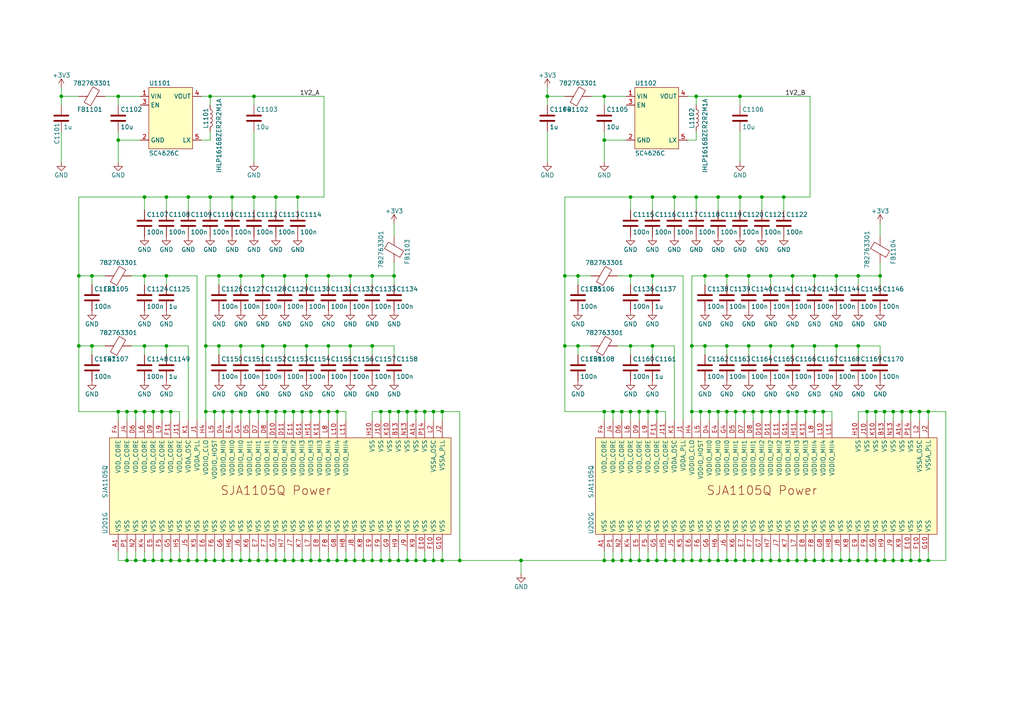
<source format=kicad_sch>
(kicad_sch (version 20211123) (generator eeschema)
  (paper "A4")
  (title_block (title "Open Hardware 10Base-T1L Switch") (date "2023-04-07") (rev "REV A") (company "Peter Heinrich") (comment 1 "Open Hardware License CERN-OHL-P v2") (comment 2 "https://github.com/peterheinrich/Open_10Base-T1L_Switch"))
  (junction (at 220.98 119.38))
  (junction (at 73.66 27.94))
  (junction (at 269.24 162.56))
  (junction (at 49.53 162.56))
  (junction (at 185.42 119.38))
  (junction (at 243.84 162.56))
  (junction (at 151.13 162.56))
  (junction (at 185.42 162.56))
  (junction (at 175.26 162.56))
  (junction (at 22.86 100.33))
  (junction (at 69.85 162.56))
  (junction (at 82.55 119.38))
  (junction (at 95.25 80.01))
  (junction (at 87.63 119.38))
  (junction (at 210.82 162.56))
  (junction (at 190.5 119.38))
  (junction (at 76.2 80.01))
  (junction (at 158.75 27.94))
  (junction (at 208.28 119.38))
  (junction (at 90.17 119.38))
  (junction (at 113.03 119.38))
  (junction (at 223.52 119.38))
  (junction (at 26.67 100.33))
  (junction (at 208.28 57.15))
  (junction (at 254 162.56))
  (junction (at 217.17 80.01))
  (junction (at 64.77 162.56))
  (junction (at 175.26 40.64))
  (junction (at 128.27 119.38))
  (junction (at 251.46 119.38))
  (junction (at 69.85 80.01))
  (junction (at 125.73 162.56))
  (junction (at 248.92 80.01))
  (junction (at 210.82 119.38))
  (junction (at 72.39 162.56))
  (junction (at 214.63 57.15))
  (junction (at 248.92 100.33))
  (junction (at 80.01 57.15))
  (junction (at 242.57 80.01))
  (junction (at 254 119.38))
  (junction (at 60.96 57.15))
  (junction (at 101.6 100.33))
  (junction (at 54.61 57.15))
  (junction (at 115.57 119.38))
  (junction (at 34.29 27.94))
  (junction (at 118.11 162.56))
  (junction (at 238.76 119.38))
  (junction (at 34.29 40.64))
  (junction (at 182.88 119.38))
  (junction (at 88.9 100.33))
  (junction (at 123.19 162.56))
  (junction (at 193.04 162.56))
  (junction (at 190.5 162.56))
  (junction (at 39.37 162.56))
  (junction (at 210.82 80.01))
  (junction (at 120.65 162.56))
  (junction (at 85.09 162.56))
  (junction (at 113.03 162.56))
  (junction (at 77.47 162.56))
  (junction (at 177.8 119.38))
  (junction (at 229.87 100.33))
  (junction (at 102.87 162.56))
  (junction (at 251.46 162.56))
  (junction (at 180.34 162.56))
  (junction (at 128.27 162.56))
  (junction (at 187.96 162.56))
  (junction (at 264.16 162.56))
  (junction (at 46.99 162.56))
  (junction (at 236.22 119.38))
  (junction (at 41.91 119.38))
  (junction (at 229.87 80.01))
  (junction (at 22.86 80.01))
  (junction (at 227.33 57.15))
  (junction (at 214.63 27.94))
  (junction (at 41.91 80.01))
  (junction (at 204.47 80.01))
  (junction (at 82.55 162.56))
  (junction (at 233.68 119.38))
  (junction (at 97.79 119.38))
  (junction (at 110.49 119.38))
  (junction (at 241.3 162.56))
  (junction (at 204.47 100.33))
  (junction (at 123.19 119.38))
  (junction (at 125.73 119.38))
  (junction (at 205.74 119.38))
  (junction (at 175.26 119.38))
  (junction (at 72.39 119.38))
  (junction (at 228.6 162.56))
  (junction (at 231.14 162.56))
  (junction (at 256.54 119.38))
  (junction (at 52.07 162.56))
  (junction (at 195.58 57.15))
  (junction (at 82.55 100.33))
  (junction (at 203.2 119.38))
  (junction (at 175.26 27.94))
  (junction (at 236.22 100.33))
  (junction (at 201.93 27.94))
  (junction (at 57.15 162.56))
  (junction (at 92.71 119.38))
  (junction (at 200.66 100.33))
  (junction (at 189.23 100.33))
  (junction (at 101.6 80.01))
  (junction (at 95.25 100.33))
  (junction (at 261.62 162.56))
  (junction (at 46.99 119.38))
  (junction (at 48.26 57.15))
  (junction (at 208.28 162.56))
  (junction (at 198.12 162.56))
  (junction (at 80.01 162.56))
  (junction (at 60.96 27.94))
  (junction (at 133.35 162.56))
  (junction (at 41.91 57.15))
  (junction (at 90.17 162.56))
  (junction (at 218.44 119.38))
  (junction (at 218.44 162.56))
  (junction (at 180.34 119.38))
  (junction (at 105.41 162.56))
  (junction (at 59.69 162.56))
  (junction (at 220.98 57.15))
  (junction (at 69.85 119.38))
  (junction (at 82.55 80.01))
  (junction (at 63.5 100.33))
  (junction (at 59.69 100.33))
  (junction (at 201.93 57.15))
  (junction (at 248.92 162.56))
  (junction (at 200.66 162.56))
  (junction (at 41.91 162.56))
  (junction (at 92.71 162.56))
  (junction (at 233.68 162.56))
  (junction (at 182.88 100.33))
  (junction (at 76.2 100.33))
  (junction (at 95.25 119.38))
  (junction (at 269.24 119.38))
  (junction (at 215.9 162.56))
  (junction (at 217.17 100.33))
  (junction (at 213.36 162.56))
  (junction (at 189.23 80.01))
  (junction (at 67.31 119.38))
  (junction (at 203.2 162.56))
  (junction (at 238.76 162.56))
  (junction (at 95.25 162.56))
  (junction (at 118.11 119.38))
  (junction (at 86.36 57.15))
  (junction (at 182.88 162.56))
  (junction (at 74.93 119.38))
  (junction (at 26.67 80.01))
  (junction (at 256.54 162.56))
  (junction (at 62.23 119.38))
  (junction (at 73.66 57.15))
  (junction (at 189.23 57.15))
  (junction (at 259.08 162.56))
  (junction (at 54.61 162.56))
  (junction (at 228.6 119.38))
  (junction (at 266.7 162.56))
  (junction (at 74.93 162.56))
  (junction (at 115.57 162.56))
  (junction (at 63.5 80.01))
  (junction (at 107.95 80.01))
  (junction (at 80.01 119.38))
  (junction (at 177.8 162.56))
  (junction (at 59.69 119.38))
  (junction (at 120.65 119.38))
  (junction (at 62.23 162.56))
  (junction (at 242.57 100.33))
  (junction (at 85.09 119.38))
  (junction (at 107.95 162.56))
  (junction (at 100.33 162.56))
  (junction (at 167.64 80.01))
  (junction (at 195.58 162.56))
  (junction (at 48.26 80.01))
  (junction (at 110.49 162.56))
  (junction (at 87.63 162.56))
  (junction (at 69.85 100.33))
  (junction (at 236.22 80.01))
  (junction (at 163.83 100.33))
  (junction (at 231.14 119.38))
  (junction (at 167.64 100.33))
  (junction (at 200.66 119.38))
  (junction (at 182.88 57.15))
  (junction (at 48.26 100.33))
  (junction (at 114.3 80.01))
  (junction (at 213.36 119.38))
  (junction (at 264.16 119.38))
  (junction (at 36.83 119.38))
  (junction (at 67.31 57.15))
  (junction (at 246.38 162.56))
  (junction (at 77.47 119.38))
  (junction (at 97.79 162.56))
  (junction (at 44.45 119.38))
  (junction (at 226.06 119.38))
  (junction (at 36.83 162.56))
  (junction (at 34.29 119.38))
  (junction (at 236.22 162.56))
  (junction (at 220.98 162.56))
  (junction (at 64.77 119.38))
  (junction (at 259.08 119.38))
  (junction (at 182.88 80.01))
  (junction (at 107.95 100.33))
  (junction (at 44.45 162.56))
  (junction (at 210.82 100.33))
  (junction (at 187.96 119.38))
  (junction (at 255.27 80.01))
  (junction (at 223.52 80.01))
  (junction (at 49.53 119.38))
  (junction (at 41.91 100.33))
  (junction (at 223.52 100.33))
  (junction (at 215.9 119.38))
  (junction (at 205.74 162.56))
  (junction (at 39.37 119.38))
  (junction (at 266.7 119.38))
  (junction (at 226.06 162.56))
  (junction (at 261.62 119.38))
  (junction (at 223.52 162.56))
  (junction (at 88.9 80.01))
  (junction (at 163.83 80.01))
  (junction (at 67.31 162.56))
  (junction (at 17.78 27.94))
  (wire (pts (xy 223.52 119.38) (xy 223.52 121.92)))
  (wire (pts (xy 204.47 80.01) (xy 210.82 80.01)))
  (wire (pts (xy 246.38 162.56) (xy 248.92 162.56)))
  (wire (pts (xy 95.25 162.56) (xy 97.79 162.56)))
  (wire (pts (xy 62.23 162.56) (xy 64.77 162.56)))
  (wire (pts (xy 204.47 100.33) (xy 210.82 100.33)))
  (wire (pts (xy 217.17 80.01) (xy 217.17 82.55)))
  (wire (pts (xy 72.39 160.02) (xy 72.39 162.56)))
  (wire (pts (xy 220.98 57.15) (xy 227.33 57.15)))
  (wire (pts (xy 254 119.38) (xy 256.54 119.38)))
  (wire (pts (xy 227.33 57.15) (xy 227.33 60.96)))
  (wire (pts (xy 26.67 100.33) (xy 30.48 100.33)))
  (wire (pts (xy 125.73 119.38) (xy 125.73 121.92)))
  (wire (pts (xy 163.83 119.38) (xy 175.26 119.38)))
  (wire (pts (xy 90.17 119.38) (xy 90.17 121.92)))
  (wire (pts (xy 223.52 119.38) (xy 226.06 119.38)))
  (wire (pts (xy 187.96 119.38) (xy 190.5 119.38)))
  (wire (pts (xy 220.98 160.02) (xy 220.98 162.56)))
  (wire (pts (xy 167.64 80.01) (xy 171.45 80.01)))
  (wire (pts (xy 34.29 30.48) (xy 34.29 27.94)))
  (wire (pts (xy 189.23 100.33) (xy 189.23 102.87)))
  (wire (pts (xy 223.52 100.33) (xy 229.87 100.33)))
  (wire (pts (xy 266.7 119.38) (xy 266.7 121.92)))
  (wire (pts (xy 201.93 40.64) (xy 201.93 38.1)))
  (wire (pts (xy 95.25 119.38) (xy 97.79 119.38)))
  (wire (pts (xy 115.57 119.38) (xy 118.11 119.38)))
  (wire (pts (xy 218.44 119.38) (xy 218.44 121.92)))
  (wire (pts (xy 60.96 57.15) (xy 67.31 57.15)))
  (wire (pts (xy 73.66 27.94) (xy 73.66 30.48)))
  (wire (pts (xy 254 160.02) (xy 254 162.56)))
  (wire (pts (xy 97.79 160.02) (xy 97.79 162.56)))
  (wire (pts (xy 69.85 162.56) (xy 72.39 162.56)))
  (wire (pts (xy 39.37 160.02) (xy 39.37 162.56)))
  (wire (pts (xy 175.26 162.56) (xy 177.8 162.56)))
  (wire (pts (xy 175.26 27.94) (xy 181.61 27.94)))
  (wire (pts (xy 113.03 160.02) (xy 113.03 162.56)))
  (wire (pts (xy 215.9 119.38) (xy 218.44 119.38)))
  (wire (pts (xy 195.58 57.15) (xy 201.93 57.15)))
  (wire (pts (xy 175.26 40.64) (xy 181.61 40.64)))
  (wire (pts (xy 63.5 80.01) (xy 69.85 80.01)))
  (wire (pts (xy 67.31 57.15) (xy 67.31 60.96)))
  (wire (pts (xy 171.45 27.94) (xy 175.26 27.94)))
  (wire (pts (xy 107.95 160.02) (xy 107.95 162.56)))
  (wire (pts (xy 254 119.38) (xy 254 121.92)))
  (wire (pts (xy 57.15 162.56) (xy 59.69 162.56)))
  (wire (pts (xy 256.54 119.38) (xy 259.08 119.38)))
  (wire (pts (xy 259.08 119.38) (xy 259.08 121.92)))
  (wire (pts (xy 57.15 80.01) (xy 57.15 121.92)))
  (wire (pts (xy 248.92 162.56) (xy 251.46 162.56)))
  (wire (pts (xy 204.47 100.33) (xy 204.47 102.87)))
  (wire (pts (xy 82.55 119.38) (xy 85.09 119.38)))
  (wire (pts (xy 205.74 119.38) (xy 205.74 121.92)))
  (wire (pts (xy 266.7 160.02) (xy 266.7 162.56)))
  (wire (pts (xy 195.58 162.56) (xy 198.12 162.56)))
  (wire (pts (xy 87.63 119.38) (xy 90.17 119.38)))
  (wire (pts (xy 36.83 162.56) (xy 39.37 162.56)))
  (wire (pts (xy 256.54 119.38) (xy 256.54 121.92)))
  (wire (pts (xy 44.45 162.56) (xy 46.99 162.56)))
  (wire (pts (xy 182.88 80.01) (xy 189.23 80.01)))
  (wire (pts (xy 210.82 162.56) (xy 213.36 162.56)))
  (wire (pts (xy 264.16 160.02) (xy 264.16 162.56)))
  (wire (pts (xy 38.1 80.01) (xy 41.91 80.01)))
  (wire (pts (xy 30.48 27.94) (xy 34.29 27.94)))
  (wire (pts (xy 67.31 119.38) (xy 69.85 119.38)))
  (wire (pts (xy 201.93 27.94) (xy 214.63 27.94)))
  (wire (pts (xy 87.63 119.38) (xy 87.63 121.92)))
  (wire (pts (xy 189.23 80.01) (xy 198.12 80.01)))
  (wire (pts (xy 22.86 119.38) (xy 34.29 119.38)))
  (wire (pts (xy 76.2 80.01) (xy 76.2 82.55)))
  (wire (pts (xy 41.91 162.56) (xy 44.45 162.56)))
  (wire (pts (xy 210.82 119.38) (xy 213.36 119.38)))
  (wire (pts (xy 110.49 119.38) (xy 113.03 119.38)))
  (wire (pts (xy 49.53 160.02) (xy 49.53 162.56)))
  (wire (pts (xy 229.87 100.33) (xy 229.87 102.87)))
  (wire (pts (xy 193.04 160.02) (xy 193.04 162.56)))
  (wire (pts (xy 69.85 119.38) (xy 72.39 119.38)))
  (wire (pts (xy 208.28 162.56) (xy 210.82 162.56)))
  (wire (pts (xy 39.37 119.38) (xy 39.37 121.92)))
  (wire (pts (xy 179.07 80.01) (xy 182.88 80.01)))
  (wire (pts (xy 87.63 162.56) (xy 90.17 162.56)))
  (wire (pts (xy 67.31 160.02) (xy 67.31 162.56)))
  (wire (pts (xy 251.46 119.38) (xy 251.46 121.92)))
  (wire (pts (xy 204.47 80.01) (xy 204.47 82.55)))
  (wire (pts (xy 105.41 160.02) (xy 105.41 162.56)))
  (wire (pts (xy 238.76 160.02) (xy 238.76 162.56)))
  (wire (pts (xy 193.04 162.56) (xy 195.58 162.56)))
  (wire (pts (xy 105.41 162.56) (xy 107.95 162.56)))
  (wire (pts (xy 72.39 119.38) (xy 72.39 121.92)))
  (wire (pts (xy 248.92 100.33) (xy 248.92 102.87)))
  (wire (pts (xy 92.71 160.02) (xy 92.71 162.56)))
  (wire (pts (xy 41.91 80.01) (xy 48.26 80.01)))
  (wire (pts (xy 118.11 119.38) (xy 120.65 119.38)))
  (wire (pts (xy 36.83 119.38) (xy 36.83 121.92)))
  (wire (pts (xy 101.6 80.01) (xy 101.6 82.55)))
  (wire (pts (xy 220.98 57.15) (xy 220.98 60.96)))
  (wire (pts (xy 76.2 100.33) (xy 82.55 100.33)))
  (wire (pts (xy 17.78 27.94) (xy 22.86 27.94)))
  (wire (pts (xy 82.55 119.38) (xy 82.55 121.92)))
  (wire (pts (xy 93.98 27.94) (xy 93.98 57.15)))
  (wire (pts (xy 243.84 160.02) (xy 243.84 162.56)))
  (wire (pts (xy 190.5 119.38) (xy 190.5 121.92)))
  (wire (pts (xy 97.79 162.56) (xy 100.33 162.56)))
  (wire (pts (xy 201.93 27.94) (xy 199.39 27.94)))
  (wire (pts (xy 22.86 57.15) (xy 22.86 80.01)))
  (wire (pts (xy 76.2 100.33) (xy 76.2 102.87)))
  (wire (pts (xy 167.64 100.33) (xy 171.45 100.33)))
  (wire (pts (xy 158.75 27.94) (xy 163.83 27.94)))
  (wire (pts (xy 110.49 160.02) (xy 110.49 162.56)))
  (wire (pts (xy 214.63 27.94) (xy 234.95 27.94)))
  (wire (pts (xy 210.82 100.33) (xy 217.17 100.33)))
  (wire (pts (xy 95.25 80.01) (xy 95.25 82.55)))
  (wire (pts (xy 179.07 100.33) (xy 182.88 100.33)))
  (wire (pts (xy 92.71 162.56) (xy 95.25 162.56)))
  (wire (pts (xy 187.96 119.38) (xy 187.96 121.92)))
  (wire (pts (xy 63.5 100.33) (xy 69.85 100.33)))
  (wire (pts (xy 101.6 100.33) (xy 101.6 102.87)))
  (wire (pts (xy 208.28 57.15) (xy 208.28 60.96)))
  (wire (pts (xy 264.16 162.56) (xy 266.7 162.56)))
  (wire (pts (xy 236.22 100.33) (xy 242.57 100.33)))
  (wire (pts (xy 86.36 57.15) (xy 86.36 60.96)))
  (wire (pts (xy 133.35 119.38) (xy 133.35 162.56)))
  (wire (pts (xy 64.77 160.02) (xy 64.77 162.56)))
  (wire (pts (xy 107.95 80.01) (xy 107.95 82.55)))
  (wire (pts (xy 102.87 160.02) (xy 102.87 162.56)))
  (wire (pts (xy 74.93 119.38) (xy 77.47 119.38)))
  (wire (pts (xy 60.96 30.48) (xy 60.96 27.94)))
  (wire (pts (xy 229.87 80.01) (xy 229.87 82.55)))
  (wire (pts (xy 175.26 160.02) (xy 175.26 162.56)))
  (wire (pts (xy 198.12 160.02) (xy 198.12 162.56)))
  (wire (pts (xy 69.85 160.02) (xy 69.85 162.56)))
  (wire (pts (xy 185.42 119.38) (xy 187.96 119.38)))
  (wire (pts (xy 63.5 80.01) (xy 63.5 82.55)))
  (wire (pts (xy 54.61 100.33) (xy 54.61 121.92)))
  (wire (pts (xy 210.82 119.38) (xy 210.82 121.92)))
  (wire (pts (xy 246.38 160.02) (xy 246.38 162.56)))
  (wire (pts (xy 228.6 119.38) (xy 228.6 121.92)))
  (wire (pts (xy 180.34 119.38) (xy 180.34 121.92)))
  (wire (pts (xy 269.24 119.38) (xy 274.32 119.38)))
  (wire (pts (xy 69.85 80.01) (xy 76.2 80.01)))
  (wire (pts (xy 17.78 27.94) (xy 17.78 30.48)))
  (wire (pts (xy 220.98 119.38) (xy 220.98 121.92)))
  (wire (pts (xy 248.92 160.02) (xy 248.92 162.56)))
  (wire (pts (xy 261.62 119.38) (xy 264.16 119.38)))
  (wire (pts (xy 200.66 80.01) (xy 204.47 80.01)))
  (wire (pts (xy 107.95 80.01) (xy 114.3 80.01)))
  (wire (pts (xy 233.68 119.38) (xy 236.22 119.38)))
  (wire (pts (xy 242.57 100.33) (xy 242.57 102.87)))
  (wire (pts (xy 163.83 100.33) (xy 167.64 100.33)))
  (wire (pts (xy 49.53 119.38) (xy 49.53 121.92)))
  (wire (pts (xy 203.2 119.38) (xy 203.2 121.92)))
  (wire (pts (xy 60.96 57.15) (xy 60.96 60.96)))
  (wire (pts (xy 107.95 121.92) (xy 107.95 119.38)))
  (wire (pts (xy 49.53 162.56) (xy 52.07 162.56)))
  (wire (pts (xy 74.93 119.38) (xy 74.93 121.92)))
  (wire (pts (xy 233.68 162.56) (xy 236.22 162.56)))
  (wire (pts (xy 255.27 64.77) (xy 255.27 68.58)))
  (wire (pts (xy 205.74 160.02) (xy 205.74 162.56)))
  (wire (pts (xy 200.66 100.33) (xy 204.47 100.33)))
  (wire (pts (xy 190.5 160.02) (xy 190.5 162.56)))
  (wire (pts (xy 41.91 57.15) (xy 41.91 60.96)))
  (wire (pts (xy 220.98 162.56) (xy 223.52 162.56)))
  (wire (pts (xy 86.36 57.15) (xy 93.98 57.15)))
  (wire (pts (xy 77.47 160.02) (xy 77.47 162.56)))
  (wire (pts (xy 264.16 119.38) (xy 266.7 119.38)))
  (wire (pts (xy 205.74 162.56) (xy 208.28 162.56)))
  (wire (pts (xy 185.42 162.56) (xy 187.96 162.56)))
  (wire (pts (xy 217.17 80.01) (xy 223.52 80.01)))
  (wire (pts (xy 73.66 38.1) (xy 73.66 46.99)))
  (wire (pts (xy 218.44 162.56) (xy 220.98 162.56)))
  (wire (pts (xy 44.45 160.02) (xy 44.45 162.56)))
  (wire (pts (xy 217.17 100.33) (xy 223.52 100.33)))
  (wire (pts (xy 17.78 25.4) (xy 17.78 27.94)))
  (wire (pts (xy 248.92 80.01) (xy 255.27 80.01)))
  (wire (pts (xy 101.6 80.01) (xy 107.95 80.01)))
  (wire (pts (xy 95.25 160.02) (xy 95.25 162.56)))
  (wire (pts (xy 72.39 162.56) (xy 74.93 162.56)))
  (wire (pts (xy 44.45 119.38) (xy 44.45 121.92)))
  (wire (pts (xy 73.66 57.15) (xy 80.01 57.15)))
  (wire (pts (xy 182.88 57.15) (xy 189.23 57.15)))
  (wire (pts (xy 88.9 80.01) (xy 95.25 80.01)))
  (wire (pts (xy 241.3 160.02) (xy 241.3 162.56)))
  (wire (pts (xy 236.22 119.38) (xy 236.22 121.92)))
  (wire (pts (xy 34.29 119.38) (xy 36.83 119.38)))
  (wire (pts (xy 175.26 30.48) (xy 175.26 27.94)))
  (wire (pts (xy 52.07 160.02) (xy 52.07 162.56)))
  (wire (pts (xy 231.14 119.38) (xy 233.68 119.38)))
  (wire (pts (xy 39.37 162.56) (xy 41.91 162.56)))
  (wire (pts (xy 264.16 119.38) (xy 264.16 121.92)))
  (wire (pts (xy 189.23 57.15) (xy 189.23 60.96)))
  (wire (pts (xy 113.03 119.38) (xy 115.57 119.38)))
  (wire (pts (xy 88.9 100.33) (xy 95.25 100.33)))
  (wire (pts (xy 208.28 119.38) (xy 210.82 119.38)))
  (wire (pts (xy 46.99 160.02) (xy 46.99 162.56)))
  (wire (pts (xy 177.8 119.38) (xy 177.8 121.92)))
  (wire (pts (xy 208.28 57.15) (xy 214.63 57.15)))
  (wire (pts (xy 114.3 76.2) (xy 114.3 80.01)))
  (wire (pts (xy 22.86 100.33) (xy 22.86 119.38)))
  (wire (pts (xy 158.75 25.4) (xy 158.75 27.94)))
  (wire (pts (xy 213.36 119.38) (xy 213.36 121.92)))
  (wire (pts (xy 266.7 162.56) (xy 269.24 162.56)))
  (wire (pts (xy 175.26 121.92) (xy 175.26 119.38)))
  (wire (pts (xy 59.69 100.33) (xy 59.69 80.01)))
  (wire (pts (xy 85.09 119.38) (xy 87.63 119.38)))
  (wire (pts (xy 110.49 119.38) (xy 110.49 121.92)))
  (wire (pts (xy 60.96 27.94) (xy 58.42 27.94)))
  (wire (pts (xy 242.57 80.01) (xy 242.57 82.55)))
  (wire (pts (xy 210.82 160.02) (xy 210.82 162.56)))
  (wire (pts (xy 228.6 119.38) (xy 231.14 119.38)))
  (wire (pts (xy 82.55 80.01) (xy 82.55 82.55)))
  (wire (pts (xy 226.06 119.38) (xy 226.06 121.92)))
  (wire (pts (xy 90.17 119.38) (xy 92.71 119.38)))
  (wire (pts (xy 226.06 162.56) (xy 228.6 162.56)))
  (wire (pts (xy 60.96 27.94) (xy 73.66 27.94)))
  (wire (pts (xy 44.45 119.38) (xy 46.99 119.38)))
  (wire (pts (xy 203.2 162.56) (xy 205.74 162.56)))
  (wire (pts (xy 180.34 119.38) (xy 182.88 119.38)))
  (wire (pts (xy 48.26 100.33) (xy 48.26 102.87)))
  (wire (pts (xy 261.62 160.02) (xy 261.62 162.56)))
  (wire (pts (xy 34.29 160.02) (xy 34.29 162.56)))
  (wire (pts (xy 190.5 119.38) (xy 193.04 119.38)))
  (wire (pts (xy 73.66 27.94) (xy 93.98 27.94)))
  (wire (pts (xy 82.55 100.33) (xy 82.55 102.87)))
  (wire (pts (xy 22.86 80.01) (xy 26.67 80.01)))
  (wire (pts (xy 115.57 162.56) (xy 118.11 162.56)))
  (wire (pts (xy 62.23 119.38) (xy 62.23 121.92)))
  (wire (pts (xy 163.83 100.33) (xy 163.83 119.38)))
  (wire (pts (xy 49.53 119.38) (xy 52.07 119.38)))
  (wire (pts (xy 88.9 80.01) (xy 88.9 82.55)))
  (wire (pts (xy 236.22 80.01) (xy 236.22 82.55)))
  (wire (pts (xy 128.27 119.38) (xy 128.27 121.92)))
  (wire (pts (xy 151.13 162.56) (xy 151.13 166.37)))
  (wire (pts (xy 107.95 100.33) (xy 114.3 100.33)))
  (wire (pts (xy 158.75 27.94) (xy 158.75 30.48)))
  (wire (pts (xy 195.58 160.02) (xy 195.58 162.56)))
  (wire (pts (xy 69.85 100.33) (xy 76.2 100.33)))
  (wire (pts (xy 256.54 160.02) (xy 256.54 162.56)))
  (wire (pts (xy 90.17 160.02) (xy 90.17 162.56)))
  (wire (pts (xy 67.31 162.56) (xy 69.85 162.56)))
  (wire (pts (xy 36.83 119.38) (xy 39.37 119.38)))
  (wire (pts (xy 95.25 119.38) (xy 95.25 121.92)))
  (wire (pts (xy 182.88 80.01) (xy 182.88 82.55)))
  (wire (pts (xy 80.01 57.15) (xy 86.36 57.15)))
  (wire (pts (xy 69.85 80.01) (xy 69.85 82.55)))
  (wire (pts (xy 182.88 119.38) (xy 182.88 121.92)))
  (wire (pts (xy 113.03 162.56) (xy 115.57 162.56)))
  (wire (pts (xy 82.55 162.56) (xy 85.09 162.56)))
  (wire (pts (xy 200.66 162.56) (xy 203.2 162.56)))
  (wire (pts (xy 214.63 27.94) (xy 214.63 30.48)))
  (wire (pts (xy 41.91 100.33) (xy 48.26 100.33)))
  (wire (pts (xy 58.42 40.64) (xy 60.96 40.64)))
  (wire (pts (xy 120.65 160.02) (xy 120.65 162.56)))
  (wire (pts (xy 261.62 162.56) (xy 264.16 162.56)))
  (wire (pts (xy 180.34 162.56) (xy 182.88 162.56)))
  (wire (pts (xy 231.14 119.38) (xy 231.14 121.92)))
  (wire (pts (xy 80.01 119.38) (xy 80.01 121.92)))
  (wire (pts (xy 200.66 100.33) (xy 200.66 80.01)))
  (wire (pts (xy 266.7 119.38) (xy 269.24 119.38)))
  (wire (pts (xy 85.09 119.38) (xy 85.09 121.92)))
  (wire (pts (xy 229.87 100.33) (xy 236.22 100.33)))
  (wire (pts (xy 80.01 119.38) (xy 82.55 119.38)))
  (wire (pts (xy 59.69 121.92) (xy 59.69 119.38)))
  (wire (pts (xy 69.85 100.33) (xy 69.85 102.87)))
  (wire (pts (xy 80.01 160.02) (xy 80.01 162.56)))
  (wire (pts (xy 41.91 100.33) (xy 41.91 102.87)))
  (wire (pts (xy 64.77 162.56) (xy 67.31 162.56)))
  (wire (pts (xy 213.36 160.02) (xy 213.36 162.56)))
  (wire (pts (xy 133.35 162.56) (xy 151.13 162.56)))
  (wire (pts (xy 62.23 160.02) (xy 62.23 162.56)))
  (wire (pts (xy 167.64 100.33) (xy 167.64 102.87)))
  (wire (pts (xy 201.93 57.15) (xy 208.28 57.15)))
  (wire (pts (xy 256.54 162.56) (xy 259.08 162.56)))
  (wire (pts (xy 208.28 160.02) (xy 208.28 162.56)))
  (wire (pts (xy 175.26 38.1) (xy 175.26 40.64)))
  (wire (pts (xy 82.55 160.02) (xy 82.55 162.56)))
  (wire (pts (xy 54.61 57.15) (xy 60.96 57.15)))
  (wire (pts (xy 236.22 80.01) (xy 242.57 80.01)))
  (wire (pts (xy 220.98 119.38) (xy 223.52 119.38)))
  (wire (pts (xy 193.04 119.38) (xy 193.04 121.92)))
  (wire (pts (xy 77.47 119.38) (xy 77.47 121.92)))
  (wire (pts (xy 198.12 162.56) (xy 200.66 162.56)))
  (wire (pts (xy 80.01 57.15) (xy 80.01 60.96)))
  (wire (pts (xy 97.79 119.38) (xy 97.79 121.92)))
  (wire (pts (xy 34.29 38.1) (xy 34.29 40.64)))
  (wire (pts (xy 200.66 121.92) (xy 200.66 119.38)))
  (wire (pts (xy 233.68 160.02) (xy 233.68 162.56)))
  (wire (pts (xy 199.39 40.64) (xy 201.93 40.64)))
  (wire (pts (xy 274.32 119.38) (xy 274.32 162.56)))
  (wire (pts (xy 107.95 119.38) (xy 110.49 119.38)))
  (wire (pts (xy 54.61 160.02) (xy 54.61 162.56)))
  (wire (pts (xy 73.66 57.15) (xy 73.66 60.96)))
  (wire (pts (xy 59.69 100.33) (xy 63.5 100.33)))
  (wire (pts (xy 114.3 100.33) (xy 114.3 102.87)))
  (wire (pts (xy 62.23 119.38) (xy 64.77 119.38)))
  (wire (pts (xy 36.83 160.02) (xy 36.83 162.56)))
  (wire (pts (xy 41.91 57.15) (xy 48.26 57.15)))
  (wire (pts (xy 48.26 57.15) (xy 48.26 60.96)))
  (wire (pts (xy 22.86 57.15) (xy 41.91 57.15)))
  (wire (pts (xy 115.57 119.38) (xy 115.57 121.92)))
  (wire (pts (xy 123.19 160.02) (xy 123.19 162.56)))
  (wire (pts (xy 190.5 162.56) (xy 193.04 162.56)))
  (wire (pts (xy 82.55 100.33) (xy 88.9 100.33)))
  (wire (pts (xy 92.71 119.38) (xy 95.25 119.38)))
  (wire (pts (xy 210.82 80.01) (xy 217.17 80.01)))
  (wire (pts (xy 251.46 162.56) (xy 254 162.56)))
  (wire (pts (xy 125.73 160.02) (xy 125.73 162.56)))
  (wire (pts (xy 34.29 121.92) (xy 34.29 119.38)))
  (wire (pts (xy 236.22 100.33) (xy 236.22 102.87)))
  (wire (pts (xy 242.57 100.33) (xy 248.92 100.33)))
  (wire (pts (xy 100.33 162.56) (xy 102.87 162.56)))
  (wire (pts (xy 177.8 160.02) (xy 177.8 162.56)))
  (wire (pts (xy 52.07 162.56) (xy 54.61 162.56)))
  (wire (pts (xy 269.24 162.56) (xy 274.32 162.56)))
  (wire (pts (xy 95.25 100.33) (xy 101.6 100.33)))
  (wire (pts (xy 80.01 162.56) (xy 82.55 162.56)))
  (wire (pts (xy 226.06 160.02) (xy 226.06 162.56)))
  (wire (pts (xy 233.68 119.38) (xy 233.68 121.92)))
  (wire (pts (xy 85.09 162.56) (xy 87.63 162.56)))
  (wire (pts (xy 76.2 80.01) (xy 82.55 80.01)))
  (wire (pts (xy 226.06 119.38) (xy 228.6 119.38)))
  (wire (pts (xy 200.66 160.02) (xy 200.66 162.56)))
  (wire (pts (xy 102.87 162.56) (xy 105.41 162.56)))
  (wire (pts (xy 217.17 100.33) (xy 217.17 102.87)))
  (wire (pts (xy 77.47 162.56) (xy 80.01 162.56)))
  (wire (pts (xy 163.83 57.15) (xy 163.83 80.01)))
  (wire (pts (xy 187.96 162.56) (xy 190.5 162.56)))
  (wire (pts (xy 243.84 162.56) (xy 246.38 162.56)))
  (wire (pts (xy 26.67 80.01) (xy 30.48 80.01)))
  (wire (pts (xy 114.3 80.01) (xy 114.3 82.55)))
  (wire (pts (xy 22.86 80.01) (xy 22.86 100.33)))
  (wire (pts (xy 248.92 100.33) (xy 255.27 100.33)))
  (wire (pts (xy 175.26 119.38) (xy 177.8 119.38)))
  (wire (pts (xy 46.99 162.56) (xy 49.53 162.56)))
  (wire (pts (xy 223.52 162.56) (xy 226.06 162.56)))
  (wire (pts (xy 41.91 160.02) (xy 41.91 162.56)))
  (wire (pts (xy 100.33 119.38) (xy 100.33 121.92)))
  (wire (pts (xy 118.11 162.56) (xy 120.65 162.56)))
  (wire (pts (xy 241.3 162.56) (xy 243.84 162.56)))
  (wire (pts (xy 259.08 119.38) (xy 261.62 119.38)))
  (wire (pts (xy 201.93 30.48) (xy 201.93 27.94)))
  (wire (pts (xy 60.96 40.64) (xy 60.96 38.1)))
  (wire (pts (xy 158.75 46.99) (xy 158.75 38.1)))
  (wire (pts (xy 205.74 119.38) (xy 208.28 119.38)))
  (wire (pts (xy 59.69 119.38) (xy 62.23 119.38)))
  (wire (pts (xy 115.57 160.02) (xy 115.57 162.56)))
  (wire (pts (xy 251.46 160.02) (xy 251.46 162.56)))
  (wire (pts (xy 215.9 119.38) (xy 215.9 121.92)))
  (wire (pts (xy 163.83 57.15) (xy 182.88 57.15)))
  (wire (pts (xy 231.14 160.02) (xy 231.14 162.56)))
  (wire (pts (xy 118.11 119.38) (xy 118.11 121.92)))
  (wire (pts (xy 218.44 119.38) (xy 220.98 119.38)))
  (wire (pts (xy 90.17 162.56) (xy 92.71 162.56)))
  (wire (pts (xy 210.82 100.33) (xy 210.82 102.87)))
  (wire (pts (xy 238.76 119.38) (xy 238.76 121.92)))
  (wire (pts (xy 107.95 100.33) (xy 107.95 102.87)))
  (wire (pts (xy 223.52 80.01) (xy 223.52 82.55)))
  (wire (pts (xy 77.47 119.38) (xy 80.01 119.38)))
  (wire (pts (xy 180.34 160.02) (xy 180.34 162.56)))
  (wire (pts (xy 248.92 121.92) (xy 248.92 119.38)))
  (wire (pts (xy 48.26 57.15) (xy 54.61 57.15)))
  (wire (pts (xy 52.07 119.38) (xy 52.07 121.92)))
  (wire (pts (xy 261.62 119.38) (xy 261.62 121.92)))
  (wire (pts (xy 182.88 57.15) (xy 182.88 60.96)))
  (wire (pts (xy 213.36 162.56) (xy 215.9 162.56)))
  (wire (pts (xy 59.69 160.02) (xy 59.69 162.56)))
  (wire (pts (xy 214.63 38.1) (xy 214.63 46.99)))
  (wire (pts (xy 248.92 119.38) (xy 251.46 119.38)))
  (wire (pts (xy 110.49 162.56) (xy 113.03 162.56)))
  (wire (pts (xy 218.44 160.02) (xy 218.44 162.56)))
  (wire (pts (xy 97.79 119.38) (xy 100.33 119.38)))
  (wire (pts (xy 215.9 162.56) (xy 218.44 162.56)))
  (wire (pts (xy 182.88 160.02) (xy 182.88 162.56)))
  (wire (pts (xy 254 162.56) (xy 256.54 162.56)))
  (wire (pts (xy 182.88 100.33) (xy 182.88 102.87)))
  (wire (pts (xy 64.77 119.38) (xy 67.31 119.38)))
  (wire (pts (xy 64.77 119.38) (xy 64.77 121.92)))
  (wire (pts (xy 95.25 100.33) (xy 95.25 102.87)))
  (wire (pts (xy 163.83 80.01) (xy 167.64 80.01)))
  (wire (pts (xy 101.6 100.33) (xy 107.95 100.33)))
  (wire (pts (xy 34.29 27.94) (xy 40.64 27.94)))
  (wire (pts (xy 100.33 160.02) (xy 100.33 162.56)))
  (wire (pts (xy 46.99 119.38) (xy 49.53 119.38)))
  (wire (pts (xy 22.86 100.33) (xy 26.67 100.33)))
  (wire (pts (xy 128.27 162.56) (xy 133.35 162.56)))
  (wire (pts (xy 201.93 57.15) (xy 201.93 60.96)))
  (wire (pts (xy 120.65 119.38) (xy 120.65 121.92)))
  (wire (pts (xy 251.46 119.38) (xy 254 119.38)))
  (wire (pts (xy 95.25 80.01) (xy 101.6 80.01)))
  (wire (pts (xy 269.24 162.56) (xy 269.24 160.02)))
  (wire (pts (xy 59.69 119.38) (xy 59.69 100.33)))
  (wire (pts (xy 208.28 119.38) (xy 208.28 121.92)))
  (wire (pts (xy 255.27 80.01) (xy 255.27 82.55)))
  (wire (pts (xy 59.69 162.56) (xy 62.23 162.56)))
  (wire (pts (xy 228.6 162.56) (xy 231.14 162.56)))
  (wire (pts (xy 34.29 40.64) (xy 40.64 40.64)))
  (wire (pts (xy 203.2 160.02) (xy 203.2 162.56)))
  (wire (pts (xy 238.76 162.56) (xy 241.3 162.56)))
  (wire (pts (xy 82.55 80.01) (xy 88.9 80.01)))
  (wire (pts (xy 185.42 160.02) (xy 185.42 162.56)))
  (wire (pts (xy 57.15 160.02) (xy 57.15 162.56)))
  (wire (pts (xy 210.82 80.01) (xy 210.82 82.55)))
  (wire (pts (xy 128.27 160.02) (xy 128.27 162.56)))
  (wire (pts (xy 107.95 162.56) (xy 110.49 162.56)))
  (wire (pts (xy 185.42 119.38) (xy 185.42 121.92)))
  (wire (pts (xy 34.29 40.64) (xy 34.29 46.99)))
  (wire (pts (xy 92.71 119.38) (xy 92.71 121.92)))
  (wire (pts (xy 114.3 64.77) (xy 114.3 68.58)))
  (wire (pts (xy 67.31 57.15) (xy 73.66 57.15)))
  (wire (pts (xy 46.99 119.38) (xy 46.99 121.92)))
  (wire (pts (xy 223.52 100.33) (xy 223.52 102.87)))
  (wire (pts (xy 63.5 100.33) (xy 63.5 102.87)))
  (wire (pts (xy 259.08 162.56) (xy 261.62 162.56)))
  (wire (pts (xy 151.13 162.56) (xy 175.26 162.56)))
  (wire (pts (xy 41.91 119.38) (xy 44.45 119.38)))
  (wire (pts (xy 259.08 160.02) (xy 259.08 162.56)))
  (wire (pts (xy 241.3 119.38) (xy 241.3 121.92)))
  (wire (pts (xy 17.78 46.99) (xy 17.78 38.1)))
  (wire (pts (xy 255.27 100.33) (xy 255.27 102.87)))
  (wire (pts (xy 236.22 119.38) (xy 238.76 119.38)))
  (wire (pts (xy 238.76 119.38) (xy 241.3 119.38)))
  (wire (pts (xy 213.36 119.38) (xy 215.9 119.38)))
  (wire (pts (xy 54.61 57.15) (xy 54.61 60.96)))
  (wire (pts (xy 74.93 162.56) (xy 77.47 162.56)))
  (wire (pts (xy 74.93 160.02) (xy 74.93 162.56)))
  (wire (pts (xy 175.26 40.64) (xy 175.26 46.99)))
  (wire (pts (xy 227.33 57.15) (xy 234.95 57.15)))
  (wire (pts (xy 236.22 162.56) (xy 238.76 162.56)))
  (wire (pts (xy 113.03 119.38) (xy 113.03 121.92)))
  (wire (pts (xy 120.65 119.38) (xy 123.19 119.38)))
  (wire (pts (xy 223.52 160.02) (xy 223.52 162.56)))
  (wire (pts (xy 215.9 160.02) (xy 215.9 162.56)))
  (wire (pts (xy 236.22 160.02) (xy 236.22 162.56)))
  (wire (pts (xy 26.67 100.33) (xy 26.67 102.87)))
  (wire (pts (xy 195.58 57.15) (xy 195.58 60.96)))
  (wire (pts (xy 118.11 160.02) (xy 118.11 162.56)))
  (wire (pts (xy 242.57 80.01) (xy 248.92 80.01)))
  (wire (pts (xy 120.65 162.56) (xy 123.19 162.56)))
  (wire (pts (xy 189.23 80.01) (xy 189.23 82.55)))
  (wire (pts (xy 214.63 57.15) (xy 220.98 57.15)))
  (wire (pts (xy 87.63 160.02) (xy 87.63 162.56)))
  (wire (pts (xy 189.23 100.33) (xy 195.58 100.33)))
  (wire (pts (xy 200.66 119.38) (xy 200.66 100.33)))
  (wire (pts (xy 125.73 119.38) (xy 128.27 119.38)))
  (wire (pts (xy 67.31 119.38) (xy 67.31 121.92)))
  (wire (pts (xy 163.83 80.01) (xy 163.83 100.33)))
  (wire (pts (xy 182.88 119.38) (xy 185.42 119.38)))
  (wire (pts (xy 214.63 57.15) (xy 214.63 60.96)))
  (wire (pts (xy 38.1 100.33) (xy 41.91 100.33)))
  (wire (pts (xy 203.2 119.38) (xy 205.74 119.38)))
  (wire (pts (xy 72.39 119.38) (xy 74.93 119.38)))
  (wire (pts (xy 223.52 80.01) (xy 229.87 80.01)))
  (wire (pts (xy 39.37 119.38) (xy 41.91 119.38)))
  (wire (pts (xy 48.26 100.33) (xy 54.61 100.33)))
  (wire (pts (xy 48.26 80.01) (xy 48.26 82.55)))
  (wire (pts (xy 167.64 80.01) (xy 167.64 82.55)))
  (wire (pts (xy 177.8 119.38) (xy 180.34 119.38)))
  (wire (pts (xy 85.09 160.02) (xy 85.09 162.56)))
  (wire (pts (xy 189.23 57.15) (xy 195.58 57.15)))
  (wire (pts (xy 48.26 80.01) (xy 57.15 80.01)))
  (wire (pts (xy 182.88 100.33) (xy 189.23 100.33)))
  (wire (pts (xy 41.91 80.01) (xy 41.91 82.55)))
  (wire (pts (xy 69.85 119.38) (xy 69.85 121.92)))
  (wire (pts (xy 128.27 119.38) (xy 133.35 119.38)))
  (wire (pts (xy 198.12 80.01) (xy 198.12 121.92)))
  (wire (pts (xy 123.19 119.38) (xy 125.73 119.38)))
  (wire (pts (xy 123.19 162.56) (xy 125.73 162.56)))
  (wire (pts (xy 269.24 119.38) (xy 269.24 121.92)))
  (wire (pts (xy 177.8 162.56) (xy 180.34 162.56)))
  (wire (pts (xy 182.88 162.56) (xy 185.42 162.56)))
  (wire (pts (xy 26.67 80.01) (xy 26.67 82.55)))
  (wire (pts (xy 200.66 119.38) (xy 203.2 119.38)))
  (wire (pts (xy 195.58 100.33) (xy 195.58 121.92)))
  (wire (pts (xy 255.27 76.2) (xy 255.27 80.01)))
  (wire (pts (xy 248.92 80.01) (xy 248.92 82.55)))
  (wire (pts (xy 34.29 162.56) (xy 36.83 162.56)))
  (wire (pts (xy 234.95 27.94) (xy 234.95 57.15)))
  (wire (pts (xy 123.19 119.38) (xy 123.19 121.92)))
  (wire (pts (xy 88.9 100.33) (xy 88.9 102.87)))
  (wire (pts (xy 125.73 162.56) (xy 128.27 162.56)))
  (wire (pts (xy 41.91 119.38) (xy 41.91 121.92)))
  (wire (pts (xy 187.96 160.02) (xy 187.96 162.56)))
  (wire (pts (xy 231.14 162.56) (xy 233.68 162.56)))
  (wire (pts (xy 229.87 80.01) (xy 236.22 80.01)))
  (wire (pts (xy 228.6 160.02) (xy 228.6 162.56)))
  (wire (pts (xy 54.61 162.56) (xy 57.15 162.56)))
  (wire (pts (xy 59.69 80.01) (xy 63.5 80.01)))
  (label "1V2_A" (at 92.71 27.94 180))
  (label "1V2_B" (at 233.68 27.94 180))
  (symbol (lib_id "Device:C") (at 255.27 86.36 0) (unit 1)
    (property "Reference" "C1146" (at 255.905 83.82 0) (effects (justify left)))
    (property "Value" "100n" (at 255.905 88.9 0) (effects (justify left)))
    (property "Footprint" "Capacitor_SMD:C_0603_1608Metric" (effects hide))
  )
  (symbol (lib_id "Device:C") (at 189.23 106.68 0) (unit 1)
    (property "Reference" "C1161" (at 189.865 104.14 0) (effects (justify left)))
    (property "Value" "1u" (at 189.865 109.22 0) (effects (justify left)))
    (property "Footprint" "Capacitor_SMD:C_0603_1608Metric" (effects hide))
  )
  (symbol (lib_id "power:+3V3") (at 17.78 25.4 0) (unit 1)
    (property "Reference" "#PWR01101" (effects hide))
    (property "Value" "+3V3" (at 17.78 21.844 0))
  )
  (symbol (lib_id "Device:C") (at 167.64 106.68 0) (unit 1)
    (property "Reference" "C1159" (at 168.275 104.14 0) (effects (justify left)))
    (property "Value" "100n" (at 168.275 109.22 0) (effects (justify left)))
    (property "Footprint" "Capacitor_SMD:C_0603_1608Metric" (effects hide))
  )
  (symbol (lib_id "power:GND") (at 229.87 90.17 0) (unit 1)
    (property "Reference" "#PWR01146" (effects hide))
    (property "Value" "GND" (at 229.87 93.98 0))
  )
  (symbol (lib_id "Device:C") (at 229.87 106.68 0) (unit 1)
    (property "Reference" "C1166" (at 230.505 104.14 0) (effects (justify left)))
    (property "Value" "100n" (at 230.505 109.22 0) (effects (justify left)))
    (property "Footprint" "Capacitor_SMD:C_0603_1608Metric" (effects hide))
  )
  (symbol (lib_id "power:GND") (at 114.3 90.17 0) (unit 1)
    (property "Reference" "#PWR01138" (effects hide))
    (property "Value" "GND" (at 114.3 93.98 0))
  )
  (symbol (lib_id "power:GND") (at 158.75 46.99 0) (unit 1)
    (property "Reference" "#PWR01106" (effects hide))
    (property "Value" "GND" (at 158.75 50.8 0))
  )
  (symbol (lib_id "Device:C") (at 41.91 106.68 0) (unit 1)
    (property "Reference" "C1148" (at 42.545 104.14 0) (effects (justify left)))
    (property "Value" "100n" (at 42.545 109.22 0) (effects (justify left)))
    (property "Footprint" "Capacitor_SMD:C_0603_1608Metric" (effects hide))
  )
  (symbol (lib_id "Device:C") (at 69.85 106.68 0) (unit 1)
    (property "Reference" "C1151" (at 70.485 104.14 0) (effects (justify left)))
    (property "Value" "100n" (at 70.485 109.22 0) (effects (justify left)))
    (property "Footprint" "Capacitor_SMD:C_0603_1608Metric" (effects hide))
  )
  (symbol (lib_id "Device:FerriteBead") (at 26.67 27.94 90) (unit 1)
    (property "Reference" "FB1101" (at 26.035 31.75 90))
    (property "Value" "782763301" (at 26.67 24.13 90))
    (property "Footprint" "Inductor_SMD:L_1206_3216Metric" (effects hide))
  )
  (symbol (lib_id "power:GND") (at 26.67 110.49 0) (unit 1)
    (property "Reference" "#PWR01151" (effects hide))
    (property "Value" "GND" (at 26.67 114.3 0))
  )
  (symbol (lib_id "power:GND") (at 41.91 110.49 0) (unit 1)
    (property "Reference" "#PWR01152" (effects hide))
    (property "Value" "GND" (at 41.91 114.3 0))
  )
  (symbol (lib_id "power:GND") (at 248.92 90.17 0) (unit 1)
    (property "Reference" "#PWR01149" (effects hide))
    (property "Value" "GND" (at 248.92 93.98 0))
  )
  (symbol (lib_id "Device:C") (at 214.63 34.29 0) (unit 1)
    (property "Reference" "C1106" (at 215.265 31.75 0) (effects (justify left)))
    (property "Value" "10u" (at 215.265 36.83 0) (effects (justify left)))
    (property "Footprint" "Capacitor_SMD:C_0805_2012Metric" (effects hide))
  )
  (symbol (lib_id "power:GND") (at 189.23 90.17 0) (unit 1)
    (property "Reference" "#PWR01141" (effects hide))
    (property "Value" "GND" (at 189.23 93.98 0))
  )
  (symbol (lib_id "Device:C") (at 189.23 86.36 0) (unit 1)
    (property "Reference" "C1137" (at 189.865 83.82 0) (effects (justify left)))
    (property "Value" "1u" (at 189.865 88.9 0) (effects (justify left)))
    (property "Footprint" "Capacitor_SMD:C_0603_1608Metric" (effects hide))
  )
  (symbol (lib_id "Device:L") (at 201.93 34.29 0) (unit 1)
    (property "Reference" "L1102" (at 200.66 34.29 90))
    (property "Value" "IHLP1616BZER2R2M1A" (at 204.47 39.37 90))
    (property "Footprint" "Inductor_SMD:L_Vishay_IHLP-1616" (effects hide))
  )
  (symbol (lib_id "power:GND") (at 17.78 46.99 0) (unit 1)
    (property "Reference" "#PWR01103" (effects hide))
    (property "Value" "GND" (at 17.78 50.8 0))
  )
  (symbol (lib_id "Device:C") (at 63.5 86.36 0) (unit 1)
    (property "Reference" "C1126" (at 64.135 83.82 0) (effects (justify left)))
    (property "Value" "100n" (at 64.135 88.9 0) (effects (justify left)))
    (property "Footprint" "Capacitor_SMD:C_0603_1608Metric" (effects hide))
  )
  (symbol (lib_id "power:GND") (at 48.26 68.58 0) (unit 1)
    (property "Reference" "#PWR01112" (effects hide))
    (property "Value" "GND" (at 48.26 72.39 0))
  )
  (symbol (lib_id "power:GND") (at 217.17 110.49 0) (unit 1)
    (property "Reference" "#PWR01168" (effects hide))
    (property "Value" "GND" (at 217.17 114.3 0))
  )
  (symbol (lib_id "power:+3V3") (at 158.75 25.4 0) (unit 1)
    (property "Reference" "#PWR01102" (effects hide))
    (property "Value" "+3V3" (at 158.75 21.844 0))
  )
  (symbol (lib_id "Device:C") (at 48.26 64.77 0) (unit 1)
    (property "Reference" "C1108" (at 48.895 62.23 0) (effects (justify left)))
    (property "Value" "100n" (at 48.895 67.31 0) (effects (justify left)))
    (property "Footprint" "Capacitor_SMD:C_0603_1608Metric" (effects hide))
  )
  (symbol (lib_id "Device:C") (at 208.28 64.77 0) (unit 1)
    (property "Reference" "C1119" (at 208.915 62.23 0) (effects (justify left)))
    (property "Value" "100n" (at 208.915 67.31 0) (effects (justify left)))
    (property "Footprint" "Capacitor_SMD:C_0603_1608Metric" (effects hide))
  )
  (symbol (lib_id "Device:C") (at 236.22 86.36 0) (unit 1)
    (property "Reference" "C1143" (at 236.855 83.82 0) (effects (justify left)))
    (property "Value" "100n" (at 236.855 88.9 0) (effects (justify left)))
    (property "Footprint" "Capacitor_SMD:C_0603_1608Metric" (effects hide))
  )
  (symbol (lib_id "Device:FerriteBead") (at 255.27 72.39 180) (unit 1)
    (property "Reference" "FB1104" (at 259.08 73.025 90))
    (property "Value" "782763301" (at 251.46 72.39 90))
    (property "Footprint" "Inductor_SMD:L_1206_3216Metric" (effects hide))
  )
  (symbol (lib_id "Device:C") (at 182.88 106.68 0) (unit 1)
    (property "Reference" "C1160" (at 183.515 104.14 0) (effects (justify left)))
    (property "Value" "100n" (at 183.515 109.22 0) (effects (justify left)))
    (property "Footprint" "Capacitor_SMD:C_0603_1608Metric" (effects hide))
  )
  (symbol (lib_id "power:GND") (at 73.66 68.58 0) (unit 1)
    (property "Reference" "#PWR01116" (effects hide))
    (property "Value" "GND" (at 73.66 72.39 0))
  )
  (symbol (lib_id "Device:C") (at 80.01 64.77 0) (unit 1)
    (property "Reference" "C1113" (at 80.645 62.23 0) (effects (justify left)))
    (property "Value" "100n" (at 80.645 67.31 0) (effects (justify left)))
    (property "Footprint" "Capacitor_SMD:C_0603_1608Metric" (effects hide))
  )
  (symbol (lib_id "power:GND") (at 242.57 110.49 0) (unit 1)
    (property "Reference" "#PWR01172" (effects hide))
    (property "Value" "GND" (at 242.57 114.3 0))
  )
  (symbol (lib_id "power:GND") (at 114.3 110.49 0) (unit 1)
    (property "Reference" "#PWR01162" (effects hide))
    (property "Value" "GND" (at 114.3 114.3 0))
  )
  (symbol (lib_id "power:GND") (at 242.57 90.17 0) (unit 1)
    (property "Reference" "#PWR01148" (effects hide))
    (property "Value" "GND" (at 242.57 93.98 0))
  )
  (symbol (lib_id "Device:C") (at 101.6 106.68 0) (unit 1)
    (property "Reference" "C1156" (at 102.235 104.14 0) (effects (justify left)))
    (property "Value" "100n" (at 102.235 109.22 0) (effects (justify left)))
    (property "Footprint" "Capacitor_SMD:C_0603_1608Metric" (effects hide))
  )
  (symbol (lib_id "power:GND") (at 73.66 46.99 0) (unit 1)
    (property "Reference" "#PWR01105" (effects hide))
    (property "Value" "GND" (at 73.66 50.8 0))
  )
  (symbol (lib_id "Device:C") (at 167.64 86.36 0) (unit 1)
    (property "Reference" "C1135" (at 168.275 83.82 0) (effects (justify left)))
    (property "Value" "100n" (at 168.275 88.9 0) (effects (justify left)))
    (property "Footprint" "Capacitor_SMD:C_0603_1608Metric" (effects hide))
  )
  (symbol (lib_id "power:GND") (at 255.27 90.17 0) (unit 1)
    (property "Reference" "#PWR01150" (effects hide))
    (property "Value" "GND" (at 255.27 93.98 0))
  )
  (symbol (lib_id "Device:C") (at 41.91 86.36 0) (unit 1)
    (property "Reference" "C1124" (at 42.545 83.82 0) (effects (justify left)))
    (property "Value" "100n" (at 42.545 88.9 0) (effects (justify left)))
    (property "Footprint" "Capacitor_SMD:C_0603_1608Metric" (effects hide))
  )
  (symbol (lib_id "Device:FerriteBead") (at 167.64 27.94 90) (unit 1)
    (property "Reference" "FB1102" (at 167.005 31.75 90))
    (property "Value" "782763301" (at 167.64 24.13 90))
    (property "Footprint" "Inductor_SMD:L_1206_3216Metric" (effects hide))
  )
  (symbol (lib_id "SJA1105Q:SJA1105Q") (at 31.75 154.94 90) (unit 7)
    (property "Reference" "U201" (at 30.48 154.94 0) (effects (justify left)))
    (property "Value" "SJA1105Q" (at 30.48 139.7 0))
    (property "Footprint" "SJA1105Q:LFBGA_12x12mm_P0.8mm" (effects hide))
    (property "Datasheet" "https://www.nxp.com/docs/en/data-sheet/SJA1105PQRS.pdf" (effects hide))
  )
  (symbol (lib_id "power:GND") (at 227.33 68.58 0) (unit 1)
    (property "Reference" "#PWR01126" (effects hide))
    (property "Value" "GND" (at 227.33 72.39 0))
  )
  (symbol (lib_id "Device:C") (at 63.5 106.68 0) (unit 1)
    (property "Reference" "C1150" (at 64.135 104.14 0) (effects (justify left)))
    (property "Value" "100n" (at 64.135 109.22 0) (effects (justify left)))
    (property "Footprint" "Capacitor_SMD:C_0603_1608Metric" (effects hide))
  )
  (symbol (lib_id "Device:C") (at 73.66 34.29 0) (unit 1)
    (property "Reference" "C1103" (at 74.295 31.75 0) (effects (justify left)))
    (property "Value" "10u" (at 74.295 36.83 0) (effects (justify left)))
    (property "Footprint" "Capacitor_SMD:C_0805_2012Metric" (effects hide))
  )
  (symbol (lib_id "Device:C") (at 69.85 86.36 0) (unit 1)
    (property "Reference" "C1127" (at 70.485 83.82 0) (effects (justify left)))
    (property "Value" "100n" (at 70.485 88.9 0) (effects (justify left)))
    (property "Footprint" "Capacitor_SMD:C_0603_1608Metric" (effects hide))
  )
  (symbol (lib_id "power:GND") (at 69.85 110.49 0) (unit 1)
    (property "Reference" "#PWR01155" (effects hide))
    (property "Value" "GND" (at 69.85 114.3 0))
  )
  (symbol (lib_id "Device:C") (at 182.88 64.77 0) (unit 1)
    (property "Reference" "C1115" (at 183.515 62.23 0) (effects (justify left)))
    (property "Value" "100n" (at 183.515 67.31 0) (effects (justify left)))
    (property "Footprint" "Capacitor_SMD:C_0603_1608Metric" (effects hide))
  )
  (symbol (lib_id "Device:C") (at 67.31 64.77 0) (unit 1)
    (property "Reference" "C1111" (at 67.945 62.23 0) (effects (justify left)))
    (property "Value" "100n" (at 67.945 67.31 0) (effects (justify left)))
    (property "Footprint" "Capacitor_SMD:C_0603_1608Metric" (effects hide))
  )
  (symbol (lib_id "Device:C") (at 114.3 106.68 0) (unit 1)
    (property "Reference" "C1158" (at 114.935 104.14 0) (effects (justify left)))
    (property "Value" "100n" (at 114.935 109.22 0) (effects (justify left)))
    (property "Footprint" "Capacitor_SMD:C_0603_1608Metric" (effects hide))
  )
  (symbol (lib_id "Device:C") (at 107.95 106.68 0) (unit 1)
    (property "Reference" "C1157" (at 108.585 104.14 0) (effects (justify left)))
    (property "Value" "100n" (at 108.585 109.22 0) (effects (justify left)))
    (property "Footprint" "Capacitor_SMD:C_0603_1608Metric" (effects hide))
  )
  (symbol (lib_id "power:GND") (at 201.93 68.58 0) (unit 1)
    (property "Reference" "#PWR01122" (effects hide))
    (property "Value" "GND" (at 201.93 72.39 0))
  )
  (symbol (lib_id "power:GND") (at 107.95 110.49 0) (unit 1)
    (property "Reference" "#PWR01161" (effects hide))
    (property "Value" "GND" (at 107.95 114.3 0))
  )
  (symbol (lib_id "Device:C") (at 210.82 106.68 0) (unit 1)
    (property "Reference" "C1163" (at 211.455 104.14 0) (effects (justify left)))
    (property "Value" "100n" (at 211.455 109.22 0) (effects (justify left)))
    (property "Footprint" "Capacitor_SMD:C_0603_1608Metric" (effects hide))
  )
  (symbol (lib_id "power:GND") (at 82.55 110.49 0) (unit 1)
    (property "Reference" "#PWR01157" (effects hide))
    (property "Value" "GND" (at 82.55 114.3 0))
  )
  (symbol (lib_id "Device:C") (at 223.52 86.36 0) (unit 1)
    (property "Reference" "C1141" (at 224.155 83.82 0) (effects (justify left)))
    (property "Value" "100n" (at 224.155 88.9 0) (effects (justify left)))
    (property "Footprint" "Capacitor_SMD:C_0603_1608Metric" (effects hide))
  )
  (symbol (lib_id "Device:FerriteBead") (at 34.29 80.01 90) (unit 1)
    (property "Reference" "FB1105" (at 33.655 83.82 90))
    (property "Value" "782763301" (at 34.29 76.2 90))
    (property "Footprint" "Inductor_SMD:L_1206_3216Metric" (effects hide))
  )
  (symbol (lib_id "power:GND") (at 217.17 90.17 0) (unit 1)
    (property "Reference" "#PWR01144" (effects hide))
    (property "Value" "GND" (at 217.17 93.98 0))
  )
  (symbol (lib_id "Device:C") (at 95.25 106.68 0) (unit 1)
    (property "Reference" "C1155" (at 95.885 104.14 0) (effects (justify left)))
    (property "Value" "100n" (at 95.885 109.22 0) (effects (justify left)))
    (property "Footprint" "Capacitor_SMD:C_0603_1608Metric" (effects hide))
  )
  (symbol (lib_id "power:GND") (at 63.5 90.17 0) (unit 1)
    (property "Reference" "#PWR01130" (effects hide))
    (property "Value" "GND" (at 63.5 93.98 0))
  )
  (symbol (lib_id "Device:FerriteBead") (at 114.3 72.39 180) (unit 1)
    (property "Reference" "FB1103" (at 118.11 73.025 90))
    (property "Value" "782763301" (at 110.49 72.39 90))
    (property "Footprint" "Inductor_SMD:L_1206_3216Metric" (effects hide))
  )
  (symbol (lib_id "Device:C") (at 175.26 34.29 0) (unit 1)
    (property "Reference" "C1105" (at 175.895 31.75 0) (effects (justify left)))
    (property "Value" "10u" (at 175.895 36.83 0) (effects (justify left)))
    (property "Footprint" "Capacitor_SMD:C_0805_2012Metric" (effects hide))
  )
  (symbol (lib_id "Device:C") (at 88.9 106.68 0) (unit 1)
    (property "Reference" "C1154" (at 89.535 104.14 0) (effects (justify left)))
    (property "Value" "100n" (at 89.535 109.22 0) (effects (justify left)))
    (property "Footprint" "Capacitor_SMD:C_0603_1608Metric" (effects hide))
  )
  (symbol (lib_id "power:GND") (at 189.23 110.49 0) (unit 1)
    (property "Reference" "#PWR01165" (effects hide))
    (property "Value" "GND" (at 189.23 114.3 0))
  )
  (symbol (lib_id "power:GND") (at 220.98 68.58 0) (unit 1)
    (property "Reference" "#PWR01125" (effects hide))
    (property "Value" "GND" (at 220.98 72.39 0))
  )
  (symbol (lib_id "power:+3V3") (at 255.27 64.77 0) (unit 1)
    (property "Reference" "#PWR01110" (effects hide))
    (property "Value" "+3V3" (at 255.27 61.214 0))
  )
  (symbol (lib_id "power:GND") (at 88.9 90.17 0) (unit 1)
    (property "Reference" "#PWR01134" (effects hide))
    (property "Value" "GND" (at 88.9 93.98 0))
  )
  (symbol (lib_id "Device:C") (at 242.57 86.36 0) (unit 1)
    (property "Reference" "C1144" (at 243.205 83.82 0) (effects (justify left)))
    (property "Value" "100n" (at 243.205 88.9 0) (effects (justify left)))
    (property "Footprint" "Capacitor_SMD:C_0603_1608Metric" (effects hide))
  )
  (symbol (lib_id "power:GND") (at 182.88 68.58 0) (unit 1)
    (property "Reference" "#PWR01119" (effects hide))
    (property "Value" "GND" (at 182.88 72.39 0))
  )
  (symbol (lib_id "power:GND") (at 204.47 90.17 0) (unit 1)
    (property "Reference" "#PWR01142" (effects hide))
    (property "Value" "GND" (at 204.47 93.98 0))
  )
  (symbol (lib_id "power:GND") (at 80.01 68.58 0) (unit 1)
    (property "Reference" "#PWR01117" (effects hide))
    (property "Value" "GND" (at 80.01 72.39 0))
  )
  (symbol (lib_id "Device:C") (at 60.96 64.77 0) (unit 1)
    (property "Reference" "C1110" (at 61.595 62.23 0) (effects (justify left)))
    (property "Value" "100n" (at 61.595 67.31 0) (effects (justify left)))
    (property "Footprint" "Capacitor_SMD:C_0603_1608Metric" (effects hide))
  )
  (symbol (lib_id "Device:C") (at 220.98 64.77 0) (unit 1)
    (property "Reference" "C1121" (at 221.615 62.23 0) (effects (justify left)))
    (property "Value" "100n" (at 221.615 67.31 0) (effects (justify left)))
    (property "Footprint" "Capacitor_SMD:C_0603_1608Metric" (effects hide))
  )
  (symbol (lib_id "power:GND") (at 63.5 110.49 0) (unit 1)
    (property "Reference" "#PWR01154" (effects hide))
    (property "Value" "GND" (at 63.5 114.3 0))
  )
  (symbol (lib_id "power:GND") (at 167.64 110.49 0) (unit 1)
    (property "Reference" "#PWR01163" (effects hide))
    (property "Value" "GND" (at 167.64 114.3 0))
  )
  (symbol (lib_id "power:GND") (at 69.85 90.17 0) (unit 1)
    (property "Reference" "#PWR01131" (effects hide))
    (property "Value" "GND" (at 69.85 93.98 0))
  )
  (symbol (lib_id "Device:C") (at 158.75 34.29 0) (unit 1)
    (property "Reference" "C1104" (at 159.385 31.75 0) (effects (justify left)))
    (property "Value" "1u" (at 159.385 36.83 0) (effects (justify left)))
    (property "Footprint" "Capacitor_SMD:C_0603_1608Metric" (effects hide))
  )
  (symbol (lib_id "Device:C") (at 242.57 106.68 0) (unit 1)
    (property "Reference" "C1168" (at 243.205 104.14 0) (effects (justify left)))
    (property "Value" "100n" (at 243.205 109.22 0) (effects (justify left)))
    (property "Footprint" "Capacitor_SMD:C_0603_1608Metric" (effects hide))
  )
  (symbol (lib_id "power:GND") (at 41.91 90.17 0) (unit 1)
    (property "Reference" "#PWR01128" (effects hide))
    (property "Value" "GND" (at 41.91 93.98 0))
  )
  (symbol (lib_id "Device:C") (at 95.25 86.36 0) (unit 1)
    (property "Reference" "C1131" (at 95.885 83.82 0) (effects (justify left)))
    (property "Value" "100n" (at 95.885 88.9 0) (effects (justify left)))
    (property "Footprint" "Capacitor_SMD:C_0603_1608Metric" (effects hide))
  )
  (symbol (lib_id "Device:C") (at 201.93 64.77 0) (unit 1)
    (property "Reference" "C1118" (at 202.565 62.23 0) (effects (justify left)))
    (property "Value" "100n" (at 202.565 67.31 0) (effects (justify left)))
    (property "Footprint" "Capacitor_SMD:C_0603_1608Metric" (effects hide))
  )
  (symbol (lib_id "power:GND") (at 34.29 46.99 0) (unit 1)
    (property "Reference" "#PWR01104" (effects hide))
    (property "Value" "GND" (at 34.29 50.8 0))
  )
  (symbol (lib_id "power:GND") (at 214.63 46.99 0) (unit 1)
    (property "Reference" "#PWR01108" (effects hide))
    (property "Value" "GND" (at 214.63 50.8 0))
  )
  (symbol (lib_id "Device:C") (at 48.26 106.68 0) (unit 1)
    (property "Reference" "C1149" (at 48.895 104.14 0) (effects (justify left)))
    (property "Value" "1u" (at 48.895 109.22 0) (effects (justify left)))
    (property "Footprint" "Capacitor_SMD:C_0603_1608Metric" (effects hide))
  )
  (symbol (lib_id "power:GND") (at 101.6 90.17 0) (unit 1)
    (property "Reference" "#PWR01136" (effects hide))
    (property "Value" "GND" (at 101.6 93.98 0))
  )
  (symbol (lib_id "power:+3V3") (at 114.3 64.77 0) (unit 1)
    (property "Reference" "#PWR01109" (effects hide))
    (property "Value" "+3V3" (at 114.3 61.214 0))
  )
  (symbol (lib_id "Device:C") (at 204.47 86.36 0) (unit 1)
    (property "Reference" "C1138" (at 205.105 83.82 0) (effects (justify left)))
    (property "Value" "100n" (at 205.105 88.9 0) (effects (justify left)))
    (property "Footprint" "Capacitor_SMD:C_0603_1608Metric" (effects hide))
  )
  (symbol (lib_id "Device:C") (at 76.2 86.36 0) (unit 1)
    (property "Reference" "C1128" (at 76.835 83.82 0) (effects (justify left)))
    (property "Value" "100n" (at 76.835 88.9 0) (effects (justify left)))
    (property "Footprint" "Capacitor_SMD:C_0603_1608Metric" (effects hide))
  )
  (symbol (lib_id "Device:C") (at 88.9 86.36 0) (unit 1)
    (property "Reference" "C1130" (at 89.535 83.82 0) (effects (justify left)))
    (property "Value" "100n" (at 89.535 88.9 0) (effects (justify left)))
    (property "Footprint" "Capacitor_SMD:C_0603_1608Metric" (effects hide))
  )
  (symbol (lib_id "power:GND") (at 151.13 166.37 0) (unit 1)
    (property "Reference" "#PWR01175" (effects hide))
    (property "Value" "GND" (at 151.13 170.18 0))
  )
  (symbol (lib_id "Device:C") (at 204.47 106.68 0) (unit 1)
    (property "Reference" "C1162" (at 205.105 104.14 0) (effects (justify left)))
    (property "Value" "100n" (at 205.105 109.22 0) (effects (justify left)))
    (property "Footprint" "Capacitor_SMD:C_0603_1608Metric" (effects hide))
  )
  (symbol (lib_id "Device:FerriteBead") (at 34.29 100.33 90) (unit 1)
    (property "Reference" "FB1107" (at 33.655 104.14 90))
    (property "Value" "782763301" (at 34.29 96.52 90))
    (property "Footprint" "Inductor_SMD:L_1206_3216Metric" (effects hide))
  )
  (symbol (lib_id "power:GND") (at 54.61 68.58 0) (unit 1)
    (property "Reference" "#PWR01113" (effects hide))
    (property "Value" "GND" (at 54.61 72.39 0))
  )
  (symbol (lib_id "power:GND") (at 86.36 68.58 0) (unit 1)
    (property "Reference" "#PWR01118" (effects hide))
    (property "Value" "GND" (at 86.36 72.39 0))
  )
  (symbol (lib_id "power:GND") (at 48.26 110.49 0) (unit 1)
    (property "Reference" "#PWR01153" (effects hide))
    (property "Value" "GND" (at 48.26 114.3 0))
  )
  (symbol (lib_id "power:GND") (at 195.58 68.58 0) (unit 1)
    (property "Reference" "#PWR01121" (effects hide))
    (property "Value" "GND" (at 195.58 72.39 0))
  )
  (symbol (lib_id "power:GND") (at 48.26 90.17 0) (unit 1)
    (property "Reference" "#PWR01129" (effects hide))
    (property "Value" "GND" (at 48.26 93.98 0))
  )
  (symbol (lib_id "Device:C") (at 255.27 106.68 0) (unit 1)
    (property "Reference" "C1170" (at 255.905 104.14 0) (effects (justify left)))
    (property "Value" "100n" (at 255.905 109.22 0) (effects (justify left)))
    (property "Footprint" "Capacitor_SMD:C_0603_1608Metric" (effects hide))
  )
  (symbol (lib_id "power:GND") (at 82.55 90.17 0) (unit 1)
    (property "Reference" "#PWR01133" (effects hide))
    (property "Value" "GND" (at 82.55 93.98 0))
  )
  (symbol (lib_id "Device:C") (at 17.78 34.29 0) (unit 1)
    (property "Reference" "C1101" (at 16.51 41.91 90) (effects (justify left)))
    (property "Value" "1u" (at 18.415 36.83 0) (effects (justify left)))
    (property "Footprint" "Capacitor_SMD:C_0603_1608Metric" (effects hide))
  )
  (symbol (lib_id "Device:C") (at 41.91 64.77 0) (unit 1)
    (property "Reference" "C1107" (at 42.545 62.23 0) (effects (justify left)))
    (property "Value" "100n" (at 42.545 67.31 0) (effects (justify left)))
    (property "Footprint" "Capacitor_SMD:C_0603_1608Metric" (effects hide))
  )
  (symbol (lib_id "power:GND") (at 167.64 90.17 0) (unit 1)
    (property "Reference" "#PWR01139" (effects hide))
    (property "Value" "GND" (at 167.64 93.98 0))
  )
  (symbol (lib_id "Device:C") (at 182.88 86.36 0) (unit 1)
    (property "Reference" "C1136" (at 183.515 83.82 0) (effects (justify left)))
    (property "Value" "100n" (at 183.515 88.9 0) (effects (justify left)))
    (property "Footprint" "Capacitor_SMD:C_0603_1608Metric" (effects hide))
  )
  (symbol (lib_id "Device:FerriteBead") (at 175.26 80.01 90) (unit 1)
    (property "Reference" "FB1106" (at 174.625 83.82 90))
    (property "Value" "782763301" (at 175.26 76.2 90))
    (property "Footprint" "Inductor_SMD:L_1206_3216Metric" (effects hide))
  )
  (symbol (lib_id "Device:C") (at 86.36 64.77 0) (unit 1)
    (property "Reference" "C1114" (at 86.995 62.23 0) (effects (justify left)))
    (property "Value" "100n" (at 86.995 67.31 0) (effects (justify left)))
    (property "Footprint" "Capacitor_SMD:C_0603_1608Metric" (effects hide))
  )
  (symbol (lib_id "power:GND") (at 208.28 68.58 0) (unit 1)
    (property "Reference" "#PWR01123" (effects hide))
    (property "Value" "GND" (at 208.28 72.39 0))
  )
  (symbol (lib_id "power:GND") (at 189.23 68.58 0) (unit 1)
    (property "Reference" "#PWR01120" (effects hide))
    (property "Value" "GND" (at 189.23 72.39 0))
  )
  (symbol (lib_id "Device:FerriteBead") (at 175.26 100.33 90) (unit 1)
    (property "Reference" "FB1108" (at 174.625 104.14 90))
    (property "Value" "782763301" (at 175.26 96.52 90))
    (property "Footprint" "Inductor_SMD:L_1206_3216Metric" (effects hide))
  )
  (symbol (lib_id "Device:C") (at 236.22 106.68 0) (unit 1)
    (property "Reference" "C1167" (at 236.855 104.14 0) (effects (justify left)))
    (property "Value" "100n" (at 236.855 109.22 0) (effects (justify left)))
    (property "Footprint" "Capacitor_SMD:C_0603_1608Metric" (effects hide))
  )
  (symbol (lib_id "power:GND") (at 210.82 90.17 0) (unit 1)
    (property "Reference" "#PWR01143" (effects hide))
    (property "Value" "GND" (at 210.82 93.98 0))
  )
  (symbol (lib_id "power:GND") (at 248.92 110.49 0) (unit 1)
    (property "Reference" "#PWR01173" (effects hide))
    (property "Value" "GND" (at 248.92 114.3 0))
  )
  (symbol (lib_id "power:GND") (at 236.22 90.17 0) (unit 1)
    (property "Reference" "#PWR01147" (effects hide))
    (property "Value" "GND" (at 236.22 93.98 0))
  )
  (symbol (lib_id "Device:C") (at 248.92 86.36 0) (unit 1)
    (property "Reference" "C1145" (at 249.555 83.82 0) (effects (justify left)))
    (property "Value" "100n" (at 249.555 88.9 0) (effects (justify left)))
    (property "Footprint" "Capacitor_SMD:C_0603_1608Metric" (effects hide))
  )
  (symbol (lib_id "Device:L") (at 60.96 34.29 0) (unit 1)
    (property "Reference" "L1101" (at 59.69 34.29 90))
    (property "Value" "IHLP1616BZER2R2M1A" (at 63.5 39.37 90))
    (property "Footprint" "Inductor_SMD:L_Vishay_IHLP-1616" (effects hide))
  )
  (symbol (lib_id "power:GND") (at 95.25 110.49 0) (unit 1)
    (property "Reference" "#PWR01159" (effects hide))
    (property "Value" "GND" (at 95.25 114.3 0))
  )
  (symbol (lib_id "power:GND") (at 107.95 90.17 0) (unit 1)
    (property "Reference" "#PWR01137" (effects hide))
    (property "Value" "GND" (at 107.95 93.98 0))
  )
  (symbol (lib_id "Device:C") (at 248.92 106.68 0) (unit 1)
    (property "Reference" "C1169" (at 249.555 104.14 0) (effects (justify left)))
    (property "Value" "100n" (at 249.555 109.22 0) (effects (justify left)))
    (property "Footprint" "Capacitor_SMD:C_0603_1608Metric" (effects hide))
  )
  (symbol (lib_id "Device:C") (at 82.55 106.68 0) (unit 1)
    (property "Reference" "C1153" (at 83.185 104.14 0) (effects (justify left)))
    (property "Value" "100n" (at 83.185 109.22 0) (effects (justify left)))
    (property "Footprint" "Capacitor_SMD:C_0603_1608Metric" (effects hide))
  )
  (symbol (lib_id "Device:C") (at 73.66 64.77 0) (unit 1)
    (property "Reference" "C1112" (at 74.295 62.23 0) (effects (justify left)))
    (property "Value" "100n" (at 74.295 67.31 0) (effects (justify left)))
    (property "Footprint" "Capacitor_SMD:C_0603_1608Metric" (effects hide))
  )
  (symbol (lib_id "power:GND") (at 76.2 90.17 0) (unit 1)
    (property "Reference" "#PWR01132" (effects hide))
    (property "Value" "GND" (at 76.2 93.98 0))
  )
  (symbol (lib_id "power:GND") (at 223.52 90.17 0) (unit 1)
    (property "Reference" "#PWR01145" (effects hide))
    (property "Value" "GND" (at 223.52 93.98 0))
  )
  (symbol (lib_id "Device:C") (at 101.6 86.36 0) (unit 1)
    (property "Reference" "C1132" (at 102.235 83.82 0) (effects (justify left)))
    (property "Value" "100n" (at 102.235 88.9 0) (effects (justify left)))
    (property "Footprint" "Capacitor_SMD:C_0603_1608Metric" (effects hide))
  )
  (symbol (lib_id "Device:C") (at 82.55 86.36 0) (unit 1)
    (property "Reference" "C1129" (at 83.185 83.82 0) (effects (justify left)))
    (property "Value" "100n" (at 83.185 88.9 0) (effects (justify left)))
    (property "Footprint" "Capacitor_SMD:C_0603_1608Metric" (effects hide))
  )
  (symbol (lib_id "Device:C") (at 227.33 64.77 0) (unit 1)
    (property "Reference" "C1122" (at 227.965 62.23 0) (effects (justify left)))
    (property "Value" "100n" (at 227.965 67.31 0) (effects (justify left)))
    (property "Footprint" "Capacitor_SMD:C_0603_1608Metric" (effects hide))
  )
  (symbol (lib_id "power:GND") (at 76.2 110.49 0) (unit 1)
    (property "Reference" "#PWR01156" (effects hide))
    (property "Value" "GND" (at 76.2 114.3 0))
  )
  (symbol (lib_id "Device:C") (at 76.2 106.68 0) (unit 1)
    (property "Reference" "C1152" (at 76.835 104.14 0) (effects (justify left)))
    (property "Value" "100n" (at 76.835 109.22 0) (effects (justify left)))
    (property "Footprint" "Capacitor_SMD:C_0603_1608Metric" (effects hide))
  )
  (symbol (lib_id "power:GND") (at 67.31 68.58 0) (unit 1)
    (property "Reference" "#PWR01115" (effects hide))
    (property "Value" "GND" (at 67.31 72.39 0))
  )
  (symbol (lib_id "power:GND") (at 255.27 110.49 0) (unit 1)
    (property "Reference" "#PWR01174" (effects hide))
    (property "Value" "GND" (at 255.27 114.3 0))
  )
  (symbol (lib_id "power:GND") (at 95.25 90.17 0) (unit 1)
    (property "Reference" "#PWR01135" (effects hide))
    (property "Value" "GND" (at 95.25 93.98 0))
  )
  (symbol (lib_id "Device:C") (at 189.23 64.77 0) (unit 1)
    (property "Reference" "C1116" (at 189.865 62.23 0) (effects (justify left)))
    (property "Value" "100n" (at 189.865 67.31 0) (effects (justify left)))
    (property "Footprint" "Capacitor_SMD:C_0603_1608Metric" (effects hide))
  )
  (symbol (lib_id "SC4626C:SC4626C") (at 184.15 25.4 0) (unit 1)
    (property "Reference" "U1102" (at 184.15 24.13 0) (effects (justify left)))
    (property "Value" "SC4626C" (at 184.15 44.45 0) (effects (justify left)))
    (property "Footprint" "Package_TO_SOT_SMD:SOT-23-5" (effects hide))
  )
  (symbol (lib_id "Device:C") (at 195.58 64.77 0) (unit 1)
    (property "Reference" "C1117" (at 196.215 62.23 0) (effects (justify left)))
    (property "Value" "100n" (at 196.215 67.31 0) (effects (justify left)))
    (property "Footprint" "Capacitor_SMD:C_0603_1608Metric" (effects hide))
  )
  (symbol (lib_id "Device:C") (at 217.17 106.68 0) (unit 1)
    (property "Reference" "C1164" (at 217.805 104.14 0) (effects (justify left)))
    (property "Value" "100n" (at 217.805 109.22 0) (effects (justify left)))
    (property "Footprint" "Capacitor_SMD:C_0603_1608Metric" (effects hide))
  )
  (symbol (lib_id "Device:C") (at 26.67 106.68 0) (unit 1)
    (property "Reference" "C1147" (at 27.305 104.14 0) (effects (justify left)))
    (property "Value" "100n" (at 27.305 109.22 0) (effects (justify left)))
    (property "Footprint" "Capacitor_SMD:C_0603_1608Metric" (effects hide))
  )
  (symbol (lib_id "SJA1105Q:SJA1105Q") (at 172.72 154.94 90) (unit 7)
    (property "Reference" "U202" (at 171.45 154.94 0) (effects (justify left)))
    (property "Value" "SJA1105Q" (at 171.45 139.7 0))
    (property "Footprint" "SJA1105Q:LFBGA_12x12mm_P0.8mm" (effects hide))
    (property "Datasheet" "https://www.nxp.com/docs/en/data-sheet/SJA1105PQRS.pdf" (effects hide))
  )
  (symbol (lib_id "power:GND") (at 182.88 90.17 0) (unit 1)
    (property "Reference" "#PWR01140" (effects hide))
    (property "Value" "GND" (at 182.88 93.98 0))
  )
  (symbol (lib_id "SC4626C:SC4626C") (at 43.18 25.4 0) (unit 1)
    (property "Reference" "U1101" (at 43.18 24.13 0) (effects (justify left)))
    (property "Value" "SC4626C" (at 43.18 44.45 0) (effects (justify left)))
    (property "Footprint" "Package_TO_SOT_SMD:SOT-23-5" (effects hide))
  )
  (symbol (lib_id "Device:C") (at 229.87 86.36 0) (unit 1)
    (property "Reference" "C1142" (at 230.505 83.82 0) (effects (justify left)))
    (property "Value" "100n" (at 230.505 88.9 0) (effects (justify left)))
    (property "Footprint" "Capacitor_SMD:C_0603_1608Metric" (effects hide))
  )
  (symbol (lib_id "Device:C") (at 54.61 64.77 0) (unit 1)
    (property "Reference" "C1109" (at 55.245 62.23 0) (effects (justify left)))
    (property "Value" "100n" (at 55.245 67.31 0) (effects (justify left)))
    (property "Footprint" "Capacitor_SMD:C_0603_1608Metric" (effects hide))
  )
  (symbol (lib_id "Device:C") (at 223.52 106.68 0) (unit 1)
    (property "Reference" "C1165" (at 224.155 104.14 0) (effects (justify left)))
    (property "Value" "100n" (at 224.155 109.22 0) (effects (justify left)))
    (property "Footprint" "Capacitor_SMD:C_0603_1608Metric" (effects hide))
  )
  (symbol (lib_id "Device:C") (at 34.29 34.29 0) (unit 1)
    (property "Reference" "C1102" (at 34.925 31.75 0) (effects (justify left)))
    (property "Value" "10u" (at 34.925 36.83 0) (effects (justify left)))
    (property "Footprint" "Capacitor_SMD:C_0805_2012Metric" (effects hide))
  )
  (symbol (lib_id "power:GND") (at 182.88 110.49 0) (unit 1)
    (property "Reference" "#PWR01164" (effects hide))
    (property "Value" "GND" (at 182.88 114.3 0))
  )
  (symbol (lib_id "power:GND") (at 175.26 46.99 0) (unit 1)
    (property "Reference" "#PWR01107" (effects hide))
    (property "Value" "GND" (at 175.26 50.8 0))
  )
  (symbol (lib_id "power:GND") (at 223.52 110.49 0) (unit 1)
    (property "Reference" "#PWR01169" (effects hide))
    (property "Value" "GND" (at 223.52 114.3 0))
  )
  (symbol (lib_id "Device:C") (at 26.67 86.36 0) (unit 1)
    (property "Reference" "C1123" (at 27.305 83.82 0) (effects (justify left)))
    (property "Value" "100n" (at 27.305 88.9 0) (effects (justify left)))
    (property "Footprint" "Capacitor_SMD:C_0603_1608Metric" (effects hide))
  )
  (symbol (lib_id "Device:C") (at 114.3 86.36 0) (unit 1)
    (property "Reference" "C1134" (at 114.935 83.82 0) (effects (justify left)))
    (property "Value" "100n" (at 114.935 88.9 0) (effects (justify left)))
    (property "Footprint" "Capacitor_SMD:C_0603_1608Metric" (effects hide))
  )
  (symbol (lib_id "power:GND") (at 229.87 110.49 0) (unit 1)
    (property "Reference" "#PWR01170" (effects hide))
    (property "Value" "GND" (at 229.87 114.3 0))
  )
  (symbol (lib_id "Device:C") (at 48.26 86.36 0) (unit 1)
    (property "Reference" "C1125" (at 48.895 83.82 0) (effects (justify left)))
    (property "Value" "1u" (at 48.895 88.9 0) (effects (justify left)))
    (property "Footprint" "Capacitor_SMD:C_0603_1608Metric" (effects hide))
  )
  (symbol (lib_id "power:GND") (at 60.96 68.58 0) (unit 1)
    (property "Reference" "#PWR01114" (effects hide))
    (property "Value" "GND" (at 60.96 72.39 0))
  )
  (symbol (lib_id "power:GND") (at 214.63 68.58 0) (unit 1)
    (property "Reference" "#PWR01124" (effects hide))
    (property "Value" "GND" (at 214.63 72.39 0))
  )
  (symbol (lib_id "power:GND") (at 236.22 110.49 0) (unit 1)
    (property "Reference" "#PWR01171" (effects hide))
    (property "Value" "GND" (at 236.22 114.3 0))
  )
  (symbol (lib_id "power:GND") (at 26.67 90.17 0) (unit 1)
    (property "Reference" "#PWR01127" (effects hide))
    (property "Value" "GND" (at 26.67 93.98 0))
  )
  (symbol (lib_id "Device:C") (at 210.82 86.36 0) (unit 1)
    (property "Reference" "C1139" (at 211.455 83.82 0) (effects (justify left)))
    (property "Value" "100n" (at 211.455 88.9 0) (effects (justify left)))
    (property "Footprint" "Capacitor_SMD:C_0603_1608Metric" (effects hide))
  )
  (symbol (lib_id "Device:C") (at 107.95 86.36 0) (unit 1)
    (property "Reference" "C1133" (at 108.585 83.82 0) (effects (justify left)))
    (property "Value" "100n" (at 108.585 88.9 0) (effects (justify left)))
    (property "Footprint" "Capacitor_SMD:C_0603_1608Metric" (effects hide))
  )
  (symbol (lib_id "power:GND") (at 88.9 110.49 0) (unit 1)
    (property "Reference" "#PWR01158" (effects hide))
    (property "Value" "GND" (at 88.9 114.3 0))
  )
  (symbol (lib_id "power:GND") (at 204.47 110.49 0) (unit 1)
    (property "Reference" "#PWR01166" (effects hide))
    (property "Value" "GND" (at 204.47 114.3 0))
  )
  (symbol (lib_id "power:GND") (at 101.6 110.49 0) (unit 1)
    (property "Reference" "#PWR01160" (effects hide))
    (property "Value" "GND" (at 101.6 114.3 0))
  )
  (symbol (lib_id "Device:C") (at 214.63 64.77 0) (unit 1)
    (property "Reference" "C1120" (at 215.265 62.23 0) (effects (justify left)))
    (property "Value" "100n" (at 215.265 67.31 0) (effects (justify left)))
    (property "Footprint" "Capacitor_SMD:C_0603_1608Metric" (effects hide))
  )
  (symbol (lib_id "power:GND") (at 210.82 110.49 0) (unit 1)
    (property "Reference" "#PWR01167" (effects hide))
    (property "Value" "GND" (at 210.82 114.3 0))
  )
  (symbol (lib_id "Device:C") (at 217.17 86.36 0) (unit 1)
    (property "Reference" "C1140" (at 217.805 83.82 0) (effects (justify left)))
    (property "Value" "100n" (at 217.805 88.9 0) (effects (justify left)))
    (property "Footprint" "Capacitor_SMD:C_0603_1608Metric" (effects hide))
  )
  (symbol (lib_id "power:GND") (at 41.91 68.58 0) (unit 1)
    (property "Reference" "#PWR01111" (effects hide))
    (property "Value" "GND" (at 41.91 72.39 0))
  )
)
</source>
